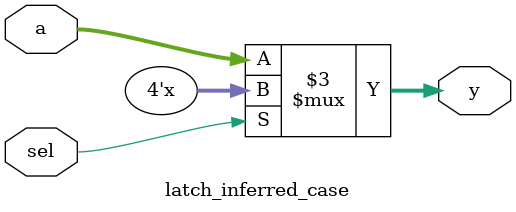
<source format=sv>
module latch_always_latch(
    input  logic       en,
    input  logic [3:0] d,
    output logic [3:0] q
);
    always_latch begin
        if (en) begin
            q = d;
        end
    end
endmodule

module latch_inferred(
    input  logic       en,
    input  logic [1:0] d,
    output logic [1:0] q
);
    always_comb begin
        if (en) begin
            q = d;
        end
        // else missing on purpose to trigger latch
    end
endmodule

module latch_inferred_arst(
    input  logic       en,
    input  logic       rst,
    input  logic [2:0] d,
    output logic [2:0] q
);
    always_comb begin
        if (rst) begin
            q = 3'h0;
        end
        else if (en) begin
            q = d;
        end
        // else missing on purpose to trigger latch with async reset
    end
endmodule

module latch_inferred_case(
    input  logic       sel,
    input  logic [3:0] a,
    output logic [3:0] y
);
    always_comb begin
        case (sel)
            1'b0: y = a;
            // missing 1'b1 on purpose to trigger inferred latch from case
        endcase
    end
endmodule

</source>
